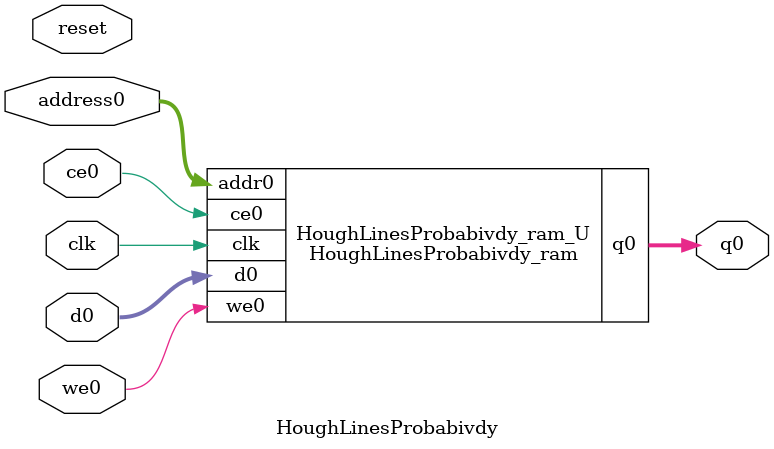
<source format=v>

`timescale 1 ns / 1 ps
module HoughLinesProbabivdy_ram (addr0, ce0, d0, we0, q0,  clk);

parameter DWIDTH = 32;
parameter AWIDTH = 17;
parameter MEM_SIZE = 76800;

input[AWIDTH-1:0] addr0;
input ce0;
input[DWIDTH-1:0] d0;
input we0;
output reg[DWIDTH-1:0] q0;
input clk;

(* ram_style = "block" *)reg [DWIDTH-1:0] ram[0:MEM_SIZE-1];




always @(posedge clk)  
begin 
    if (ce0) 
    begin
        if (we0) 
        begin 
            ram[addr0] <= d0; 
            q0 <= d0;
        end 
        else 
            q0 <= ram[addr0];
    end
end


endmodule


`timescale 1 ns / 1 ps
module HoughLinesProbabivdy(
    reset,
    clk,
    address0,
    ce0,
    we0,
    d0,
    q0);

parameter DataWidth = 32'd32;
parameter AddressRange = 32'd76800;
parameter AddressWidth = 32'd17;
input reset;
input clk;
input[AddressWidth - 1:0] address0;
input ce0;
input we0;
input[DataWidth - 1:0] d0;
output[DataWidth - 1:0] q0;



HoughLinesProbabivdy_ram HoughLinesProbabivdy_ram_U(
    .clk( clk ),
    .addr0( address0 ),
    .ce0( ce0 ),
    .we0( we0 ),
    .d0( d0 ),
    .q0( q0 ));

endmodule


</source>
